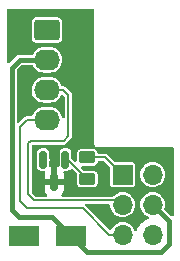
<source format=gtl>
%TF.GenerationSoftware,KiCad,Pcbnew,(6.0.2)*%
%TF.CreationDate,2022-03-17T11:38:07-04:00*%
%TF.ProjectId,ArduinoConnector,41726475-696e-46f4-936f-6e6e6563746f,v1*%
%TF.SameCoordinates,Original*%
%TF.FileFunction,Copper,L1,Top*%
%TF.FilePolarity,Positive*%
%FSLAX46Y46*%
G04 Gerber Fmt 4.6, Leading zero omitted, Abs format (unit mm)*
G04 Created by KiCad (PCBNEW (6.0.2)) date 2022-03-17 11:38:07*
%MOMM*%
%LPD*%
G01*
G04 APERTURE LIST*
G04 Aperture macros list*
%AMRoundRect*
0 Rectangle with rounded corners*
0 $1 Rounding radius*
0 $2 $3 $4 $5 $6 $7 $8 $9 X,Y pos of 4 corners*
0 Add a 4 corners polygon primitive as box body*
4,1,4,$2,$3,$4,$5,$6,$7,$8,$9,$2,$3,0*
0 Add four circle primitives for the rounded corners*
1,1,$1+$1,$2,$3*
1,1,$1+$1,$4,$5*
1,1,$1+$1,$6,$7*
1,1,$1+$1,$8,$9*
0 Add four rect primitives between the rounded corners*
20,1,$1+$1,$2,$3,$4,$5,0*
20,1,$1+$1,$4,$5,$6,$7,0*
20,1,$1+$1,$6,$7,$8,$9,0*
20,1,$1+$1,$8,$9,$2,$3,0*%
G04 Aperture macros list end*
%TA.AperFunction,ComponentPad*%
%ADD10R,1.700000X1.700000*%
%TD*%
%TA.AperFunction,ComponentPad*%
%ADD11O,1.700000X1.700000*%
%TD*%
%TA.AperFunction,SMDPad,CuDef*%
%ADD12RoundRect,0.150000X-0.150000X0.587500X-0.150000X-0.587500X0.150000X-0.587500X0.150000X0.587500X0*%
%TD*%
%TA.AperFunction,SMDPad,CuDef*%
%ADD13RoundRect,0.250000X-0.450000X0.262500X-0.450000X-0.262500X0.450000X-0.262500X0.450000X0.262500X0*%
%TD*%
%TA.AperFunction,SMDPad,CuDef*%
%ADD14R,2.500000X1.800000*%
%TD*%
%TA.AperFunction,ComponentPad*%
%ADD15RoundRect,0.250000X-0.845000X0.620000X-0.845000X-0.620000X0.845000X-0.620000X0.845000X0.620000X0*%
%TD*%
%TA.AperFunction,ComponentPad*%
%ADD16O,2.190000X1.740000*%
%TD*%
%TA.AperFunction,ViaPad*%
%ADD17C,0.685800*%
%TD*%
%TA.AperFunction,Conductor*%
%ADD18C,0.152400*%
%TD*%
%TA.AperFunction,Conductor*%
%ADD19C,0.203200*%
%TD*%
%TA.AperFunction,Conductor*%
%ADD20C,0.457200*%
%TD*%
G04 APERTURE END LIST*
D10*
%TO.P,J1,1,Pin_1*%
%TO.N,/POWER*%
X119380000Y-91440000D03*
D11*
%TO.P,J1,2,Pin_2*%
%TO.N,unconnected-(J1-Pad2)*%
X121920000Y-91440000D03*
%TO.P,J1,3,Pin_3*%
%TO.N,/SENSE*%
X119380000Y-93980000D03*
%TO.P,J1,4,Pin_4*%
%TO.N,+5V*%
X121920000Y-93980000D03*
%TO.P,J1,5,Pin_5*%
%TO.N,/PWM*%
X119380000Y-96520000D03*
%TO.P,J1,6,Pin_6*%
%TO.N,GND*%
X121920000Y-96520000D03*
%TD*%
D12*
%TO.P,Q1,1,B*%
%TO.N,Net-(Q1-Pad1)*%
X114550000Y-90162500D03*
%TO.P,Q1,2,E*%
%TO.N,/FAN_GND*%
X112650000Y-90162500D03*
%TO.P,Q1,3,C*%
%TO.N,GND*%
X113600000Y-92037500D03*
%TD*%
D13*
%TO.P,R1,1*%
%TO.N,/POWER*%
X116400000Y-89987500D03*
%TO.P,R1,2*%
%TO.N,Net-(Q1-Pad1)*%
X116400000Y-91812500D03*
%TD*%
D14*
%TO.P,D1,1,K*%
%TO.N,+5V*%
X115000000Y-96600000D03*
%TO.P,D1,2,A*%
%TO.N,/FAN_GND*%
X111000000Y-96600000D03*
%TD*%
D15*
%TO.P,J2,1,Pin_1*%
%TO.N,/FAN_GND*%
X112980000Y-79190000D03*
D16*
%TO.P,J2,2,Pin_2*%
%TO.N,+5V*%
X112980000Y-81730000D03*
%TO.P,J2,3,Pin_3*%
%TO.N,/SENSE*%
X112980000Y-84270000D03*
%TO.P,J2,4,Pin_4*%
%TO.N,/PWM*%
X112980000Y-86810000D03*
%TD*%
D17*
%TO.N,GND*%
X114900000Y-92200000D03*
X112400000Y-92200000D03*
%TO.N,/FAN_GND*%
X112650000Y-90162500D03*
X111000000Y-96600000D03*
%TD*%
D18*
%TO.N,Net-(Q1-Pad1)*%
X114750000Y-90162500D02*
X116400000Y-91812500D01*
X114550000Y-90162500D02*
X114750000Y-90162500D01*
D19*
%TO.N,/POWER*%
X116400000Y-89987500D02*
X117927500Y-89987500D01*
X117927500Y-89987500D02*
X119380000Y-91440000D01*
%TO.N,/SENSE*%
X114370000Y-84270000D02*
X112980000Y-84270000D01*
X114800000Y-84700000D02*
X114370000Y-84270000D01*
X114800000Y-88200000D02*
X114800000Y-84700000D01*
X111600000Y-88600000D02*
X114400000Y-88600000D01*
X111400000Y-88800000D02*
X111600000Y-88600000D01*
X111900000Y-93600000D02*
X111400000Y-93100000D01*
X111400000Y-93100000D02*
X111400000Y-88800000D01*
X119000000Y-93600000D02*
X111900000Y-93600000D01*
X119380000Y-93980000D02*
X119000000Y-93600000D01*
X114400000Y-88600000D02*
X114800000Y-88200000D01*
%TO.N,/PWM*%
X110700000Y-87400000D02*
X111290000Y-86810000D01*
X111290000Y-86810000D02*
X112980000Y-86810000D01*
X116000000Y-94300000D02*
X111300000Y-94300000D01*
X118220000Y-96520000D02*
X116000000Y-94300000D01*
X110700000Y-93700000D02*
X110700000Y-87400000D01*
X119380000Y-96520000D02*
X118220000Y-96520000D01*
X111300000Y-94300000D02*
X110700000Y-93700000D01*
D20*
%TO.N,+5V*%
X113400000Y-95000000D02*
X115000000Y-96600000D01*
X110600000Y-95000000D02*
X113400000Y-95000000D01*
X110000000Y-82400000D02*
X110000000Y-94400000D01*
X110670000Y-81730000D02*
X110000000Y-82400000D01*
X112980000Y-81730000D02*
X110670000Y-81730000D01*
X110000000Y-94400000D02*
X110600000Y-95000000D01*
X116400000Y-98000000D02*
X115000000Y-96600000D01*
X122600000Y-98000000D02*
X116400000Y-98000000D01*
X123300000Y-97300000D02*
X122600000Y-98000000D01*
X123300000Y-95360000D02*
X123300000Y-97300000D01*
X121920000Y-93980000D02*
X123300000Y-95360000D01*
%TD*%
%TA.AperFunction,Conductor*%
%TO.N,GND*%
G36*
X116942121Y-77420002D02*
G01*
X116988614Y-77473658D01*
X117000000Y-77526000D01*
X117000000Y-88894123D01*
X116999973Y-88925134D01*
X116999955Y-88945449D01*
X117006098Y-88958242D01*
X117007227Y-88963210D01*
X117009785Y-88970535D01*
X117011994Y-88975125D01*
X117015150Y-88988962D01*
X117023994Y-89000061D01*
X117026364Y-89004985D01*
X117029916Y-89010647D01*
X117033312Y-89014916D01*
X117039453Y-89027705D01*
X117050536Y-89036568D01*
X117053707Y-89040554D01*
X117059191Y-89046048D01*
X117063173Y-89049227D01*
X117072015Y-89060323D01*
X117084794Y-89066487D01*
X117093400Y-89073357D01*
X117112288Y-89100295D01*
X117112972Y-89099916D01*
X117154202Y-89100010D01*
X117154202Y-89099965D01*
X117177213Y-89099985D01*
X117177211Y-89101998D01*
X117177277Y-89102013D01*
X117177277Y-89100000D01*
X117194123Y-89100000D01*
X117245449Y-89100045D01*
X117245445Y-89104850D01*
X117245543Y-89104856D01*
X117245543Y-89100000D01*
X123574000Y-89100000D01*
X123642121Y-89120002D01*
X123688614Y-89173658D01*
X123700000Y-89226000D01*
X123700000Y-94848971D01*
X123679998Y-94917092D01*
X123626342Y-94963585D01*
X123556068Y-94973689D01*
X123491488Y-94944195D01*
X123484905Y-94938066D01*
X122957287Y-94410448D01*
X122923261Y-94348136D01*
X122926824Y-94281581D01*
X122947404Y-94219716D01*
X122947404Y-94219715D01*
X122949351Y-94213863D01*
X122975171Y-94009474D01*
X122975583Y-93980000D01*
X122955480Y-93774970D01*
X122895935Y-93577749D01*
X122799218Y-93395849D01*
X122725859Y-93305902D01*
X122672906Y-93240975D01*
X122672903Y-93240972D01*
X122669011Y-93236200D01*
X122656458Y-93225815D01*
X122515025Y-93108811D01*
X122515021Y-93108809D01*
X122510275Y-93104882D01*
X122329055Y-93006897D01*
X122132254Y-92945977D01*
X122126129Y-92945333D01*
X122126128Y-92945333D01*
X121933498Y-92925087D01*
X121933496Y-92925087D01*
X121927369Y-92924443D01*
X121840529Y-92932346D01*
X121728342Y-92942555D01*
X121728339Y-92942556D01*
X121722203Y-92943114D01*
X121524572Y-93001280D01*
X121519107Y-93004137D01*
X121433287Y-93049003D01*
X121342002Y-93096726D01*
X121337201Y-93100586D01*
X121337198Y-93100588D01*
X121281815Y-93145117D01*
X121181447Y-93225815D01*
X121049024Y-93383630D01*
X121046056Y-93389028D01*
X121046053Y-93389033D01*
X120972583Y-93522676D01*
X120949776Y-93564162D01*
X120887484Y-93760532D01*
X120886798Y-93766649D01*
X120886797Y-93766653D01*
X120873130Y-93888501D01*
X120864520Y-93965262D01*
X120865036Y-93971406D01*
X120877692Y-94122116D01*
X120881759Y-94170553D01*
X120938544Y-94368586D01*
X120941359Y-94374063D01*
X120941360Y-94374066D01*
X121023552Y-94533995D01*
X121032712Y-94551818D01*
X121160677Y-94713270D01*
X121165370Y-94717264D01*
X121165371Y-94717265D01*
X121195643Y-94743028D01*
X121317564Y-94846791D01*
X121497398Y-94947297D01*
X121562437Y-94968429D01*
X121621042Y-95008502D01*
X121648680Y-95073898D01*
X121636574Y-95143855D01*
X121588568Y-95196162D01*
X121562646Y-95208027D01*
X121396868Y-95262212D01*
X121387359Y-95266209D01*
X121198463Y-95364542D01*
X121189738Y-95370036D01*
X121019433Y-95497905D01*
X121011726Y-95504748D01*
X120864590Y-95658717D01*
X120858104Y-95666727D01*
X120738098Y-95842649D01*
X120733000Y-95851623D01*
X120643338Y-96044783D01*
X120639775Y-96054470D01*
X120611012Y-96158185D01*
X120573533Y-96218483D01*
X120509405Y-96248946D01*
X120438986Y-96239903D01*
X120384636Y-96194224D01*
X120368973Y-96160933D01*
X120368143Y-96158185D01*
X120355935Y-96117749D01*
X120259218Y-95935849D01*
X120155378Y-95808529D01*
X120132906Y-95780975D01*
X120132903Y-95780972D01*
X120129011Y-95776200D01*
X120111786Y-95761950D01*
X119975025Y-95648811D01*
X119975021Y-95648809D01*
X119970275Y-95644882D01*
X119823943Y-95565761D01*
X119794474Y-95549827D01*
X119789055Y-95546897D01*
X119592254Y-95485977D01*
X119586129Y-95485333D01*
X119586128Y-95485333D01*
X119393498Y-95465087D01*
X119393496Y-95465087D01*
X119387369Y-95464443D01*
X119300529Y-95472346D01*
X119188342Y-95482555D01*
X119188339Y-95482556D01*
X119182203Y-95483114D01*
X118984572Y-95541280D01*
X118979107Y-95544137D01*
X118893287Y-95589003D01*
X118802002Y-95636726D01*
X118797201Y-95640586D01*
X118797198Y-95640588D01*
X118653233Y-95756339D01*
X118641447Y-95765815D01*
X118509024Y-95923630D01*
X118506056Y-95929028D01*
X118506053Y-95929033D01*
X118427344Y-96072206D01*
X118376998Y-96122264D01*
X118307582Y-96137158D01*
X118241132Y-96112157D01*
X118227834Y-96100600D01*
X116250869Y-94123635D01*
X116249079Y-94121561D01*
X116246732Y-94116760D01*
X116238203Y-94108848D01*
X116234028Y-94103227D01*
X116209469Y-94036613D01*
X116224823Y-93967297D01*
X116275215Y-93917285D01*
X116335181Y-93902100D01*
X118203353Y-93902100D01*
X118271474Y-93922102D01*
X118317967Y-93975758D01*
X118328911Y-94017556D01*
X118337819Y-94123635D01*
X118341759Y-94170553D01*
X118398544Y-94368586D01*
X118401359Y-94374063D01*
X118401360Y-94374066D01*
X118483552Y-94533995D01*
X118492712Y-94551818D01*
X118620677Y-94713270D01*
X118625370Y-94717264D01*
X118625371Y-94717265D01*
X118655643Y-94743028D01*
X118777564Y-94846791D01*
X118957398Y-94947297D01*
X119038624Y-94973689D01*
X119147471Y-95009056D01*
X119147475Y-95009057D01*
X119153329Y-95010959D01*
X119357894Y-95035351D01*
X119364029Y-95034879D01*
X119364031Y-95034879D01*
X119420039Y-95030569D01*
X119563300Y-95019546D01*
X119569230Y-95017890D01*
X119569232Y-95017890D01*
X119755797Y-94965800D01*
X119755796Y-94965800D01*
X119761725Y-94964145D01*
X119767214Y-94961372D01*
X119767220Y-94961370D01*
X119940116Y-94874033D01*
X119945610Y-94871258D01*
X120107951Y-94744424D01*
X120160049Y-94684068D01*
X120238540Y-94593134D01*
X120238540Y-94593133D01*
X120242564Y-94588472D01*
X120258243Y-94560873D01*
X120341276Y-94414707D01*
X120344323Y-94409344D01*
X120409351Y-94213863D01*
X120435171Y-94009474D01*
X120435583Y-93980000D01*
X120415480Y-93774970D01*
X120355935Y-93577749D01*
X120259218Y-93395849D01*
X120185859Y-93305902D01*
X120132906Y-93240975D01*
X120132903Y-93240972D01*
X120129011Y-93236200D01*
X120116458Y-93225815D01*
X119975025Y-93108811D01*
X119975021Y-93108809D01*
X119970275Y-93104882D01*
X119789055Y-93006897D01*
X119592254Y-92945977D01*
X119586129Y-92945333D01*
X119586128Y-92945333D01*
X119393498Y-92925087D01*
X119393496Y-92925087D01*
X119387369Y-92924443D01*
X119300529Y-92932346D01*
X119188342Y-92942555D01*
X119188339Y-92942556D01*
X119182203Y-92943114D01*
X118984572Y-93001280D01*
X118979107Y-93004137D01*
X118893287Y-93049003D01*
X118802002Y-93096726D01*
X118797201Y-93100586D01*
X118797198Y-93100588D01*
X118741815Y-93145117D01*
X118641447Y-93225815D01*
X118618727Y-93252892D01*
X118559619Y-93292217D01*
X118522206Y-93297900D01*
X114311843Y-93297900D01*
X114243722Y-93277898D01*
X114197229Y-93224242D01*
X114187125Y-93153968D01*
X114216619Y-93089388D01*
X114222748Y-93082805D01*
X114268449Y-93037104D01*
X114278089Y-93024678D01*
X114354648Y-92895221D01*
X114360893Y-92880790D01*
X114403269Y-92734935D01*
X114405570Y-92722333D01*
X114407807Y-92693916D01*
X114408000Y-92688986D01*
X114408000Y-92309615D01*
X114403525Y-92294376D01*
X114402135Y-92293171D01*
X114394452Y-92291500D01*
X112810116Y-92291500D01*
X112794877Y-92295975D01*
X112793672Y-92297365D01*
X112792001Y-92305048D01*
X112792001Y-92688984D01*
X112792195Y-92693920D01*
X112794430Y-92722336D01*
X112796730Y-92734931D01*
X112839107Y-92880790D01*
X112845352Y-92895221D01*
X112921911Y-93024678D01*
X112931551Y-93037104D01*
X112977252Y-93082805D01*
X113011278Y-93145117D01*
X113006213Y-93215932D01*
X112963666Y-93272768D01*
X112897146Y-93297579D01*
X112888157Y-93297900D01*
X112077324Y-93297900D01*
X112009203Y-93277898D01*
X111988229Y-93260995D01*
X111739005Y-93011771D01*
X111704979Y-92949459D01*
X111702100Y-92922676D01*
X111702100Y-90162500D01*
X112101911Y-90162500D01*
X112120587Y-90304356D01*
X112129762Y-90326505D01*
X112139909Y-90351003D01*
X112149500Y-90399221D01*
X112149500Y-90783218D01*
X112159642Y-90852112D01*
X112211068Y-90956855D01*
X112218438Y-90964212D01*
X112278493Y-91024162D01*
X112293650Y-91039293D01*
X112398482Y-91090536D01*
X112428973Y-91094984D01*
X112462256Y-91099840D01*
X112462260Y-91099840D01*
X112466782Y-91100500D01*
X112698515Y-91100500D01*
X112766636Y-91120502D01*
X112813129Y-91174158D01*
X112823233Y-91244432D01*
X112819512Y-91261653D01*
X112796732Y-91340062D01*
X112794430Y-91352667D01*
X112792193Y-91381084D01*
X112792000Y-91386014D01*
X112792000Y-91765385D01*
X112796475Y-91780624D01*
X112797865Y-91781829D01*
X112805548Y-91783500D01*
X113327885Y-91783500D01*
X113343124Y-91779025D01*
X113344329Y-91777635D01*
X113346000Y-91769952D01*
X113346000Y-91765385D01*
X113854000Y-91765385D01*
X113858475Y-91780624D01*
X113859865Y-91781829D01*
X113867548Y-91783500D01*
X114389884Y-91783500D01*
X114405123Y-91779025D01*
X114406328Y-91777635D01*
X114407999Y-91769952D01*
X114407999Y-91386017D01*
X114407805Y-91381080D01*
X114405570Y-91352664D01*
X114403269Y-91340066D01*
X114380488Y-91261653D01*
X114380691Y-91190657D01*
X114419245Y-91131040D01*
X114483909Y-91101732D01*
X114501485Y-91100500D01*
X114733218Y-91100500D01*
X114737768Y-91099830D01*
X114737771Y-91099830D01*
X114792426Y-91091784D01*
X114792427Y-91091784D01*
X114802112Y-91090358D01*
X114897248Y-91043649D01*
X114897507Y-91043522D01*
X114897509Y-91043521D01*
X114906855Y-91038932D01*
X114981749Y-90963907D01*
X115044031Y-90929828D01*
X115114851Y-90934831D01*
X115160017Y-90963830D01*
X115487581Y-91291394D01*
X115521607Y-91353706D01*
X115517368Y-91422238D01*
X115511131Y-91440000D01*
X115502481Y-91464631D01*
X115499500Y-91496166D01*
X115499500Y-92128834D01*
X115502481Y-92160369D01*
X115547366Y-92288184D01*
X115552958Y-92295754D01*
X115552959Y-92295757D01*
X115597501Y-92356061D01*
X115627850Y-92397150D01*
X115635421Y-92402742D01*
X115729243Y-92472041D01*
X115729246Y-92472042D01*
X115736816Y-92477634D01*
X115864631Y-92522519D01*
X115872277Y-92523242D01*
X115872278Y-92523242D01*
X115878248Y-92523806D01*
X115896166Y-92525500D01*
X116903834Y-92525500D01*
X116921752Y-92523806D01*
X116927722Y-92523242D01*
X116927723Y-92523242D01*
X116935369Y-92522519D01*
X117063184Y-92477634D01*
X117070754Y-92472042D01*
X117070757Y-92472041D01*
X117164579Y-92402742D01*
X117172150Y-92397150D01*
X117202499Y-92356061D01*
X117247041Y-92295757D01*
X117247042Y-92295754D01*
X117252634Y-92288184D01*
X117297519Y-92160369D01*
X117300500Y-92128834D01*
X117300500Y-91496166D01*
X117297519Y-91464631D01*
X117252634Y-91336816D01*
X117247042Y-91329246D01*
X117247041Y-91329243D01*
X117177742Y-91235421D01*
X117172150Y-91227850D01*
X117121795Y-91190657D01*
X117070757Y-91152959D01*
X117070754Y-91152958D01*
X117063184Y-91147366D01*
X116935369Y-91102481D01*
X116927723Y-91101758D01*
X116927722Y-91101758D01*
X116921752Y-91101194D01*
X116903834Y-91099500D01*
X116130503Y-91099500D01*
X116062382Y-91079498D01*
X116041408Y-91062595D01*
X115894408Y-90915595D01*
X115860382Y-90853283D01*
X115865447Y-90782468D01*
X115907994Y-90725632D01*
X115974514Y-90700821D01*
X115983503Y-90700500D01*
X116903834Y-90700500D01*
X116921752Y-90698806D01*
X116927722Y-90698242D01*
X116927723Y-90698242D01*
X116935369Y-90697519D01*
X117063184Y-90652634D01*
X117070754Y-90647042D01*
X117070757Y-90647041D01*
X117164579Y-90577742D01*
X117172150Y-90572150D01*
X117185653Y-90553869D01*
X117247041Y-90470757D01*
X117247042Y-90470754D01*
X117252634Y-90463184D01*
X117278510Y-90389500D01*
X117284005Y-90373852D01*
X117325448Y-90316206D01*
X117391478Y-90290118D01*
X117402888Y-90289600D01*
X117750176Y-90289600D01*
X117818297Y-90309602D01*
X117839271Y-90326505D01*
X118292595Y-90779829D01*
X118326621Y-90842141D01*
X118329500Y-90868924D01*
X118329500Y-92309748D01*
X118330707Y-92315816D01*
X118334331Y-92334033D01*
X118341133Y-92368231D01*
X118348026Y-92378547D01*
X118360456Y-92397150D01*
X118385448Y-92434552D01*
X118451769Y-92478867D01*
X118463938Y-92481288D01*
X118463939Y-92481288D01*
X118504184Y-92489293D01*
X118510252Y-92490500D01*
X120249748Y-92490500D01*
X120255816Y-92489293D01*
X120296061Y-92481288D01*
X120296062Y-92481288D01*
X120308231Y-92478867D01*
X120374552Y-92434552D01*
X120399544Y-92397150D01*
X120411974Y-92378547D01*
X120418867Y-92368231D01*
X120425670Y-92334033D01*
X120429293Y-92315816D01*
X120430500Y-92309748D01*
X120430500Y-91425262D01*
X120864520Y-91425262D01*
X120865036Y-91431406D01*
X120870227Y-91493218D01*
X120881759Y-91630553D01*
X120883458Y-91636478D01*
X120925137Y-91781829D01*
X120938544Y-91828586D01*
X120941359Y-91834063D01*
X120941360Y-91834066D01*
X120962247Y-91874707D01*
X121032712Y-92011818D01*
X121160677Y-92173270D01*
X121165370Y-92177264D01*
X121165371Y-92177265D01*
X121301561Y-92293171D01*
X121317564Y-92306791D01*
X121497398Y-92407297D01*
X121581280Y-92434552D01*
X121687471Y-92469056D01*
X121687475Y-92469057D01*
X121693329Y-92470959D01*
X121897894Y-92495351D01*
X121904029Y-92494879D01*
X121904031Y-92494879D01*
X121976625Y-92489293D01*
X122103300Y-92479546D01*
X122109230Y-92477890D01*
X122109232Y-92477890D01*
X122295797Y-92425800D01*
X122295796Y-92425800D01*
X122301725Y-92424145D01*
X122307214Y-92421372D01*
X122307220Y-92421370D01*
X122480116Y-92334033D01*
X122485610Y-92331258D01*
X122519158Y-92305048D01*
X122643101Y-92208213D01*
X122647951Y-92204424D01*
X122710654Y-92131782D01*
X122778540Y-92053134D01*
X122778540Y-92053133D01*
X122782564Y-92048472D01*
X122803387Y-92011818D01*
X122881276Y-91874707D01*
X122884323Y-91869344D01*
X122949351Y-91673863D01*
X122975171Y-91469474D01*
X122975583Y-91440000D01*
X122955480Y-91234970D01*
X122895935Y-91037749D01*
X122799218Y-90855849D01*
X122714610Y-90752110D01*
X122672906Y-90700975D01*
X122672903Y-90700972D01*
X122669011Y-90696200D01*
X122656458Y-90685815D01*
X122515025Y-90568811D01*
X122515021Y-90568809D01*
X122510275Y-90564882D01*
X122329055Y-90466897D01*
X122132254Y-90405977D01*
X122126129Y-90405333D01*
X122126128Y-90405333D01*
X121933498Y-90385087D01*
X121933496Y-90385087D01*
X121927369Y-90384443D01*
X121840529Y-90392346D01*
X121728342Y-90402555D01*
X121728339Y-90402556D01*
X121722203Y-90403114D01*
X121524572Y-90461280D01*
X121342002Y-90556726D01*
X121337201Y-90560586D01*
X121337198Y-90560588D01*
X121315863Y-90577742D01*
X121181447Y-90685815D01*
X121049024Y-90843630D01*
X121046056Y-90849028D01*
X121046053Y-90849033D01*
X120952743Y-91018765D01*
X120949776Y-91024162D01*
X120887484Y-91220532D01*
X120886798Y-91226649D01*
X120886797Y-91226653D01*
X120874076Y-91340066D01*
X120864520Y-91425262D01*
X120430500Y-91425262D01*
X120430500Y-90570252D01*
X120418867Y-90511769D01*
X120374552Y-90445448D01*
X120308231Y-90401133D01*
X120296062Y-90398712D01*
X120296061Y-90398712D01*
X120255816Y-90390707D01*
X120249748Y-90389500D01*
X118808924Y-90389500D01*
X118740803Y-90369498D01*
X118719829Y-90352595D01*
X118178369Y-89811135D01*
X118176579Y-89809061D01*
X118174232Y-89804260D01*
X118138125Y-89770766D01*
X118134720Y-89767486D01*
X118121249Y-89754015D01*
X118117266Y-89751283D01*
X118114576Y-89748921D01*
X118100253Y-89735635D01*
X118091724Y-89727723D01*
X118080919Y-89723412D01*
X118077078Y-89720984D01*
X118065764Y-89714943D01*
X118061606Y-89713100D01*
X118052013Y-89706520D01*
X118027853Y-89700786D01*
X118010263Y-89695223D01*
X118003971Y-89692713D01*
X117987195Y-89686020D01*
X117980872Y-89685400D01*
X117977763Y-89685400D01*
X117977744Y-89685398D01*
X117974721Y-89685250D01*
X117974731Y-89685045D01*
X117962953Y-89683667D01*
X117953835Y-89683221D01*
X117942513Y-89680534D01*
X117930984Y-89682103D01*
X117930983Y-89682103D01*
X117915215Y-89684249D01*
X117898224Y-89685400D01*
X117402888Y-89685400D01*
X117334767Y-89665398D01*
X117288274Y-89611742D01*
X117284005Y-89601148D01*
X117277484Y-89582580D01*
X117252634Y-89511816D01*
X117247042Y-89504246D01*
X117247041Y-89504243D01*
X117177742Y-89410421D01*
X117172150Y-89402850D01*
X117125847Y-89368650D01*
X117065685Y-89324213D01*
X117042312Y-89293404D01*
X117037733Y-89295722D01*
X116973043Y-89290711D01*
X116942616Y-89280026D01*
X116935369Y-89277481D01*
X116927723Y-89276758D01*
X116927722Y-89276758D01*
X116921752Y-89276194D01*
X116903834Y-89274500D01*
X115896166Y-89274500D01*
X115878248Y-89276194D01*
X115872278Y-89276758D01*
X115872277Y-89276758D01*
X115864631Y-89277481D01*
X115736816Y-89322366D01*
X115729246Y-89327958D01*
X115729243Y-89327959D01*
X115644794Y-89390335D01*
X115627850Y-89402850D01*
X115622258Y-89410421D01*
X115552959Y-89504243D01*
X115552958Y-89504246D01*
X115547366Y-89511816D01*
X115502481Y-89639631D01*
X115499500Y-89671166D01*
X115499500Y-90216497D01*
X115479498Y-90284618D01*
X115425842Y-90331111D01*
X115355568Y-90341215D01*
X115290988Y-90311721D01*
X115284405Y-90305592D01*
X115087405Y-90108592D01*
X115053379Y-90046280D01*
X115050500Y-90019497D01*
X115050500Y-89541782D01*
X115047397Y-89520699D01*
X115041784Y-89482574D01*
X115041784Y-89482573D01*
X115040358Y-89472888D01*
X114988932Y-89368145D01*
X114939949Y-89319247D01*
X114913721Y-89293065D01*
X114913720Y-89293065D01*
X114906350Y-89285707D01*
X114889522Y-89277481D01*
X114864540Y-89265270D01*
X114801518Y-89234464D01*
X114771027Y-89230016D01*
X114737744Y-89225160D01*
X114737740Y-89225160D01*
X114733218Y-89224500D01*
X114366782Y-89224500D01*
X114362232Y-89225170D01*
X114362229Y-89225170D01*
X114307574Y-89233216D01*
X114307573Y-89233216D01*
X114297888Y-89234642D01*
X114247992Y-89259140D01*
X114202493Y-89281478D01*
X114202491Y-89281479D01*
X114193145Y-89286068D01*
X114110707Y-89368650D01*
X114059464Y-89473482D01*
X114049500Y-89541782D01*
X114049500Y-90683989D01*
X114029498Y-90752110D01*
X113975842Y-90798603D01*
X113905568Y-90808707D01*
X113888345Y-90804985D01*
X113871397Y-90800061D01*
X113857294Y-90800101D01*
X113854000Y-90807370D01*
X113854000Y-91765385D01*
X113346000Y-91765385D01*
X113346000Y-90813122D01*
X113342027Y-90799591D01*
X113334128Y-90798456D01*
X113311655Y-90804985D01*
X113240658Y-90804784D01*
X113181042Y-90766231D01*
X113151732Y-90701566D01*
X113150500Y-90683989D01*
X113150500Y-90399221D01*
X113160091Y-90351003D01*
X113170239Y-90326505D01*
X113179413Y-90304356D01*
X113198089Y-90162500D01*
X113179413Y-90020644D01*
X113160091Y-89973996D01*
X113150500Y-89925779D01*
X113150500Y-89541782D01*
X113147397Y-89520699D01*
X113141784Y-89482574D01*
X113141784Y-89482573D01*
X113140358Y-89472888D01*
X113088932Y-89368145D01*
X113039949Y-89319247D01*
X113013721Y-89293065D01*
X113013720Y-89293065D01*
X113006350Y-89285707D01*
X112989522Y-89277481D01*
X112964540Y-89265270D01*
X112901518Y-89234464D01*
X112871027Y-89230016D01*
X112837744Y-89225160D01*
X112837740Y-89225160D01*
X112833218Y-89224500D01*
X112466782Y-89224500D01*
X112462232Y-89225170D01*
X112462229Y-89225170D01*
X112407574Y-89233216D01*
X112407573Y-89233216D01*
X112397888Y-89234642D01*
X112347992Y-89259140D01*
X112302493Y-89281478D01*
X112302491Y-89281479D01*
X112293145Y-89286068D01*
X112210707Y-89368650D01*
X112159464Y-89473482D01*
X112149500Y-89541782D01*
X112149500Y-89925779D01*
X112139909Y-89973996D01*
X112120587Y-90020644D01*
X112101911Y-90162500D01*
X111702100Y-90162500D01*
X111702100Y-89028100D01*
X111722102Y-88959979D01*
X111775758Y-88913486D01*
X111828100Y-88902100D01*
X114347322Y-88902100D01*
X114350048Y-88902300D01*
X114355104Y-88904036D01*
X114404304Y-88902189D01*
X114409030Y-88902100D01*
X114428097Y-88902100D01*
X114432845Y-88901216D01*
X114436439Y-88900983D01*
X114455941Y-88900251D01*
X114455943Y-88900250D01*
X114467566Y-88899814D01*
X114478255Y-88895222D01*
X114482685Y-88894223D01*
X114494951Y-88890497D01*
X114499201Y-88888857D01*
X114510639Y-88886727D01*
X114520541Y-88880623D01*
X114520547Y-88880621D01*
X114531779Y-88873697D01*
X114548150Y-88865192D01*
X114570968Y-88855389D01*
X114575877Y-88851357D01*
X114578072Y-88849162D01*
X114578076Y-88849159D01*
X114580331Y-88847114D01*
X114580470Y-88847267D01*
X114589781Y-88839906D01*
X114596539Y-88833778D01*
X114606442Y-88827674D01*
X114623125Y-88805735D01*
X114634326Y-88792908D01*
X114976365Y-88450869D01*
X114978439Y-88449079D01*
X114983240Y-88446732D01*
X115016734Y-88410625D01*
X115020014Y-88407220D01*
X115033484Y-88393750D01*
X115036218Y-88389765D01*
X115038587Y-88387067D01*
X115051864Y-88372754D01*
X115059777Y-88364224D01*
X115064087Y-88353421D01*
X115066512Y-88349585D01*
X115072559Y-88338258D01*
X115074399Y-88334106D01*
X115080980Y-88324513D01*
X115086714Y-88300353D01*
X115092277Y-88282763D01*
X115098184Y-88267956D01*
X115101480Y-88259695D01*
X115102100Y-88253372D01*
X115102100Y-88250264D01*
X115102102Y-88250245D01*
X115102250Y-88247221D01*
X115102455Y-88247231D01*
X115103833Y-88235454D01*
X115104279Y-88226336D01*
X115106966Y-88215014D01*
X115103251Y-88187715D01*
X115102100Y-88170725D01*
X115102100Y-84752678D01*
X115102300Y-84749952D01*
X115104036Y-84744896D01*
X115102189Y-84695696D01*
X115102100Y-84690970D01*
X115102100Y-84671903D01*
X115101216Y-84667155D01*
X115100983Y-84663561D01*
X115100251Y-84644059D01*
X115100250Y-84644057D01*
X115099814Y-84632434D01*
X115095222Y-84621745D01*
X115094223Y-84617315D01*
X115090497Y-84605049D01*
X115088857Y-84600799D01*
X115086727Y-84589361D01*
X115080623Y-84579459D01*
X115080621Y-84579453D01*
X115073697Y-84568221D01*
X115065192Y-84551850D01*
X115055389Y-84529032D01*
X115051357Y-84524123D01*
X115049162Y-84521928D01*
X115049159Y-84521924D01*
X115047114Y-84519669D01*
X115047267Y-84519530D01*
X115039906Y-84510219D01*
X115033778Y-84503461D01*
X115027674Y-84493558D01*
X115005735Y-84476875D01*
X114992908Y-84465674D01*
X114620869Y-84093635D01*
X114619079Y-84091561D01*
X114616732Y-84086760D01*
X114580625Y-84053266D01*
X114577220Y-84049986D01*
X114563749Y-84036515D01*
X114559766Y-84033783D01*
X114557076Y-84031421D01*
X114542753Y-84018135D01*
X114534224Y-84010223D01*
X114523419Y-84005912D01*
X114519578Y-84003484D01*
X114508264Y-83997443D01*
X114504106Y-83995600D01*
X114494513Y-83989020D01*
X114470353Y-83983286D01*
X114452763Y-83977723D01*
X114446471Y-83975213D01*
X114429695Y-83968520D01*
X114423372Y-83967900D01*
X114420263Y-83967900D01*
X114420244Y-83967898D01*
X114417221Y-83967750D01*
X114417231Y-83967545D01*
X114405453Y-83966167D01*
X114396335Y-83965721D01*
X114385013Y-83963034D01*
X114373484Y-83964603D01*
X114373483Y-83964603D01*
X114357715Y-83966749D01*
X114340724Y-83967900D01*
X114326297Y-83967900D01*
X114258176Y-83947898D01*
X114211683Y-83894242D01*
X114205422Y-83877472D01*
X114204091Y-83872949D01*
X114202353Y-83867043D01*
X114105091Y-83680997D01*
X113973544Y-83517386D01*
X113812724Y-83382442D01*
X113807332Y-83379478D01*
X113807328Y-83379475D01*
X113634152Y-83284271D01*
X113628755Y-83281304D01*
X113428646Y-83217826D01*
X113422529Y-83217140D01*
X113422525Y-83217139D01*
X113344608Y-83208400D01*
X113265264Y-83199500D01*
X112702170Y-83199500D01*
X112546066Y-83214806D01*
X112345090Y-83275484D01*
X112339649Y-83278377D01*
X112165174Y-83371147D01*
X112165172Y-83371149D01*
X112159728Y-83374043D01*
X112154949Y-83377941D01*
X112001814Y-83502834D01*
X112001811Y-83502837D01*
X111997039Y-83506729D01*
X111993112Y-83511476D01*
X111993110Y-83511478D01*
X111867150Y-83663737D01*
X111867148Y-83663741D01*
X111863221Y-83668487D01*
X111763370Y-83853157D01*
X111701290Y-84053705D01*
X111679346Y-84262490D01*
X111698373Y-84471562D01*
X111700111Y-84477468D01*
X111700112Y-84477472D01*
X111739596Y-84611624D01*
X111757647Y-84672957D01*
X111854909Y-84859003D01*
X111986456Y-85022614D01*
X112147276Y-85157558D01*
X112152668Y-85160522D01*
X112152672Y-85160525D01*
X112167821Y-85168853D01*
X112331245Y-85258696D01*
X112531354Y-85322174D01*
X112537471Y-85322860D01*
X112537475Y-85322861D01*
X112615392Y-85331600D01*
X112694736Y-85340500D01*
X113257830Y-85340500D01*
X113413934Y-85325194D01*
X113614910Y-85264516D01*
X113631436Y-85255729D01*
X113794826Y-85168853D01*
X113794828Y-85168851D01*
X113800272Y-85165957D01*
X113860308Y-85116993D01*
X113958186Y-85037166D01*
X113958189Y-85037163D01*
X113962961Y-85033271D01*
X113966890Y-85028522D01*
X114092850Y-84876263D01*
X114092852Y-84876259D01*
X114096779Y-84871513D01*
X114173427Y-84729756D01*
X114223421Y-84679349D01*
X114292732Y-84663971D01*
X114359354Y-84688507D01*
X114373357Y-84700591D01*
X114460995Y-84788229D01*
X114495021Y-84850541D01*
X114497900Y-84877324D01*
X114497900Y-86536844D01*
X114477898Y-86604965D01*
X114424242Y-86651458D01*
X114353968Y-86661562D01*
X114289388Y-86632068D01*
X114251026Y-86572419D01*
X114204092Y-86412952D01*
X114202353Y-86407043D01*
X114105091Y-86220997D01*
X113973544Y-86057386D01*
X113812724Y-85922442D01*
X113807332Y-85919478D01*
X113807328Y-85919475D01*
X113634152Y-85824271D01*
X113628755Y-85821304D01*
X113428646Y-85757826D01*
X113422529Y-85757140D01*
X113422525Y-85757139D01*
X113344608Y-85748400D01*
X113265264Y-85739500D01*
X112702170Y-85739500D01*
X112546066Y-85754806D01*
X112345090Y-85815484D01*
X112339649Y-85818377D01*
X112165174Y-85911147D01*
X112165172Y-85911149D01*
X112159728Y-85914043D01*
X112154949Y-85917941D01*
X112001814Y-86042834D01*
X112001811Y-86042837D01*
X111997039Y-86046729D01*
X111993112Y-86051476D01*
X111993110Y-86051478D01*
X111867150Y-86203737D01*
X111867148Y-86203741D01*
X111863221Y-86208487D01*
X111763370Y-86393157D01*
X111755534Y-86418470D01*
X111755321Y-86419159D01*
X111716070Y-86478319D01*
X111651065Y-86506866D01*
X111634956Y-86507900D01*
X111342678Y-86507900D01*
X111339952Y-86507700D01*
X111334896Y-86505964D01*
X111285697Y-86507811D01*
X111280970Y-86507900D01*
X111261903Y-86507900D01*
X111257155Y-86508784D01*
X111253561Y-86509017D01*
X111234059Y-86509749D01*
X111234057Y-86509750D01*
X111222434Y-86510186D01*
X111211745Y-86514778D01*
X111207315Y-86515777D01*
X111195049Y-86519503D01*
X111190799Y-86521143D01*
X111179361Y-86523273D01*
X111169459Y-86529377D01*
X111169453Y-86529379D01*
X111158221Y-86536303D01*
X111141850Y-86544808D01*
X111119032Y-86554611D01*
X111114123Y-86558643D01*
X111111928Y-86560838D01*
X111111924Y-86560841D01*
X111109669Y-86562886D01*
X111109530Y-86562733D01*
X111100219Y-86570094D01*
X111093461Y-86576222D01*
X111083558Y-86582326D01*
X111076518Y-86591584D01*
X111066875Y-86604265D01*
X111055674Y-86617092D01*
X110644195Y-87028571D01*
X110581883Y-87062597D01*
X110511068Y-87057532D01*
X110454232Y-87014985D01*
X110429421Y-86948465D01*
X110429100Y-86939476D01*
X110429100Y-82629929D01*
X110449102Y-82561808D01*
X110466005Y-82540834D01*
X110810834Y-82196005D01*
X110873146Y-82161979D01*
X110899929Y-82159100D01*
X111695005Y-82159100D01*
X111763126Y-82179102D01*
X111806667Y-82226724D01*
X111854909Y-82319003D01*
X111986456Y-82482614D01*
X112147276Y-82617558D01*
X112152668Y-82620522D01*
X112152672Y-82620525D01*
X112325848Y-82715729D01*
X112331245Y-82718696D01*
X112531354Y-82782174D01*
X112537471Y-82782860D01*
X112537475Y-82782861D01*
X112615392Y-82791600D01*
X112694736Y-82800500D01*
X113257830Y-82800500D01*
X113413934Y-82785194D01*
X113614910Y-82724516D01*
X113792802Y-82629929D01*
X113794826Y-82628853D01*
X113794828Y-82628851D01*
X113800272Y-82625957D01*
X113860308Y-82576993D01*
X113958186Y-82497166D01*
X113958189Y-82497163D01*
X113962961Y-82493271D01*
X113966890Y-82488522D01*
X114092850Y-82336263D01*
X114092852Y-82336259D01*
X114096779Y-82331513D01*
X114196630Y-82146843D01*
X114258710Y-81946295D01*
X114280654Y-81737510D01*
X114261627Y-81528438D01*
X114244542Y-81470386D01*
X114204092Y-81332952D01*
X114202353Y-81327043D01*
X114105091Y-81140997D01*
X113973544Y-80977386D01*
X113812724Y-80842442D01*
X113807332Y-80839478D01*
X113807328Y-80839475D01*
X113634152Y-80744271D01*
X113628755Y-80741304D01*
X113428646Y-80677826D01*
X113422529Y-80677140D01*
X113422525Y-80677139D01*
X113344608Y-80668400D01*
X113265264Y-80659500D01*
X112702170Y-80659500D01*
X112546066Y-80674806D01*
X112345090Y-80735484D01*
X112339649Y-80738377D01*
X112165174Y-80831147D01*
X112165172Y-80831149D01*
X112159728Y-80834043D01*
X112154949Y-80837941D01*
X112001814Y-80962834D01*
X112001811Y-80962837D01*
X111997039Y-80966729D01*
X111993112Y-80971476D01*
X111993110Y-80971478D01*
X111867150Y-81123737D01*
X111867148Y-81123741D01*
X111863221Y-81128487D01*
X111860290Y-81133908D01*
X111805722Y-81234829D01*
X111755727Y-81285238D01*
X111694886Y-81300900D01*
X110702947Y-81300900D01*
X110688137Y-81300027D01*
X110656369Y-81296267D01*
X110647105Y-81297959D01*
X110647103Y-81297959D01*
X110601498Y-81306288D01*
X110597594Y-81306938D01*
X110551718Y-81313835D01*
X110551715Y-81313836D01*
X110542402Y-81315236D01*
X110536198Y-81318215D01*
X110529437Y-81319450D01*
X110521082Y-81323790D01*
X110479956Y-81345153D01*
X110476419Y-81346921D01*
X110426086Y-81371091D01*
X110421036Y-81375759D01*
X110414932Y-81378930D01*
X110410125Y-81383035D01*
X110374725Y-81418435D01*
X110371159Y-81421865D01*
X110331335Y-81458678D01*
X110327782Y-81464794D01*
X110322774Y-81470386D01*
X110049523Y-81743638D01*
X109815096Y-81978065D01*
X109752783Y-82012090D01*
X109681968Y-82007026D01*
X109625132Y-81964479D01*
X109600321Y-81897959D01*
X109600000Y-81888970D01*
X109600000Y-79863834D01*
X111684500Y-79863834D01*
X111687481Y-79895369D01*
X111732366Y-80023184D01*
X111737958Y-80030754D01*
X111737959Y-80030757D01*
X111800335Y-80115206D01*
X111812850Y-80132150D01*
X111820421Y-80137742D01*
X111914243Y-80207041D01*
X111914246Y-80207042D01*
X111921816Y-80212634D01*
X112049631Y-80257519D01*
X112057277Y-80258242D01*
X112057278Y-80258242D01*
X112063248Y-80258806D01*
X112081166Y-80260500D01*
X113878834Y-80260500D01*
X113896752Y-80258806D01*
X113902722Y-80258242D01*
X113902723Y-80258242D01*
X113910369Y-80257519D01*
X114038184Y-80212634D01*
X114045754Y-80207042D01*
X114045757Y-80207041D01*
X114139579Y-80137742D01*
X114147150Y-80132150D01*
X114159665Y-80115206D01*
X114222041Y-80030757D01*
X114222042Y-80030754D01*
X114227634Y-80023184D01*
X114272519Y-79895369D01*
X114275500Y-79863834D01*
X114275500Y-78516166D01*
X114272519Y-78484631D01*
X114227634Y-78356816D01*
X114222042Y-78349246D01*
X114222041Y-78349243D01*
X114152742Y-78255421D01*
X114147150Y-78247850D01*
X114130206Y-78235335D01*
X114045757Y-78172959D01*
X114045754Y-78172958D01*
X114038184Y-78167366D01*
X113910369Y-78122481D01*
X113902723Y-78121758D01*
X113902722Y-78121758D01*
X113896752Y-78121194D01*
X113878834Y-78119500D01*
X112081166Y-78119500D01*
X112063248Y-78121194D01*
X112057278Y-78121758D01*
X112057277Y-78121758D01*
X112049631Y-78122481D01*
X111921816Y-78167366D01*
X111914246Y-78172958D01*
X111914243Y-78172959D01*
X111829794Y-78235335D01*
X111812850Y-78247850D01*
X111807258Y-78255421D01*
X111737959Y-78349243D01*
X111737958Y-78349246D01*
X111732366Y-78356816D01*
X111687481Y-78484631D01*
X111684500Y-78516166D01*
X111684500Y-79863834D01*
X109600000Y-79863834D01*
X109600000Y-77526000D01*
X109620002Y-77457879D01*
X109673658Y-77411386D01*
X109726000Y-77400000D01*
X116874000Y-77400000D01*
X116942121Y-77420002D01*
G37*
%TD.AperFunction*%
%TD*%
M02*

</source>
